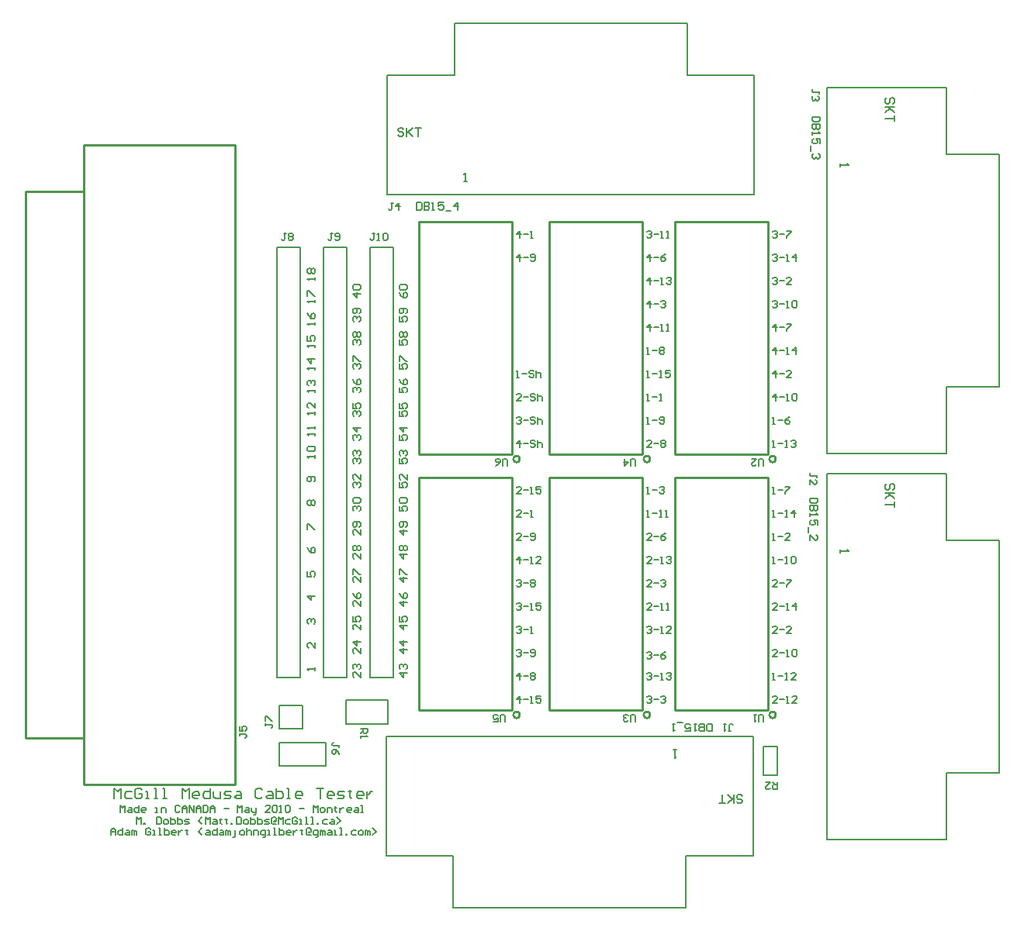
<source format=gto>
%FSLAX24Y24*%
%MOIN*%
G70*
G01*
G75*
%ADD10R,0.0320X0.0360*%
%ADD11R,0.0450X0.0600*%
%ADD12C,0.0100*%
%ADD13C,0.0250*%
%ADD14C,0.0600*%
%ADD15C,0.1700*%
%ADD16C,0.0591*%
%ADD17R,0.0591X0.0591*%
%ADD18R,0.0591X0.0591*%
%ADD19R,0.0630X0.0630*%
%ADD20C,0.0630*%
%ADD21R,0.0630X0.0630*%
%ADD22C,0.0500*%
%ADD23R,0.0360X0.0320*%
%ADD24C,0.0079*%
%ADD25C,0.0080*%
%ADD26C,0.0070*%
%ADD27C,0.0050*%
D12*
X28839Y21480D02*
G03*
X28839Y21480I-139J0D01*
G01*
Y32480D02*
G03*
X28839Y32480I-139J0D01*
G01*
X34439Y21480D02*
G03*
X34439Y21480I-139J0D01*
G01*
Y32480D02*
G03*
X34439Y32480I-139J0D01*
G01*
X39839Y21480D02*
G03*
X39839Y21480I-139J0D01*
G01*
Y32480D02*
G03*
X39839Y32480I-139J0D01*
G01*
X28500Y21700D02*
Y31700D01*
X24500D02*
X28500D01*
X24500Y21700D02*
Y31700D01*
Y21700D02*
X28500D01*
Y32700D02*
Y42700D01*
X24500D02*
X28500D01*
X24500Y32700D02*
Y42700D01*
Y32700D02*
X28500D01*
X34100Y21700D02*
Y31700D01*
X30100D02*
X34100D01*
X30100Y21700D02*
Y31700D01*
Y21700D02*
X34100D01*
Y32700D02*
Y42700D01*
X30100D02*
X34100D01*
X30100Y32700D02*
Y42700D01*
Y32700D02*
X34100D01*
X39500Y21700D02*
Y31700D01*
X35500D02*
X39500D01*
X35500Y21700D02*
Y31700D01*
Y21700D02*
X39500D01*
Y32700D02*
Y42700D01*
X35500D02*
X39500D01*
X35500Y32700D02*
Y42700D01*
Y32700D02*
X39500D01*
X10100Y18500D02*
X16600D01*
Y46000D01*
X10100Y18500D02*
Y46000D01*
X7600Y20500D02*
Y44000D01*
Y20500D02*
X10100D01*
X7600Y44000D02*
X10100D01*
X10110Y46000D02*
X16600D01*
D24*
X19400Y23100D02*
Y29100D01*
X18400Y23100D02*
Y29100D01*
Y23100D02*
X19400D01*
X18400Y29100D02*
Y35100D01*
X19400Y29100D02*
Y35100D01*
X18400D02*
Y41600D01*
X19400Y35100D02*
Y41600D01*
X18400D02*
X19400D01*
X18500Y20900D02*
X19500D01*
X18500D02*
Y21900D01*
X19500Y20900D02*
Y21900D01*
X18500D02*
X19500D01*
X20500Y19300D02*
Y20300D01*
X18500Y19300D02*
X20500D01*
X18500D02*
Y20300D01*
X20500D01*
X21400Y23100D02*
Y29100D01*
X20400Y23100D02*
Y29100D01*
Y23100D02*
X21400D01*
X20400Y29100D02*
Y35100D01*
X21400Y29100D02*
Y35100D01*
X20400D02*
Y41600D01*
X21400Y35100D02*
Y41600D01*
X20400D02*
X21400D01*
X23400Y23100D02*
Y29100D01*
X22400Y23100D02*
Y29100D01*
Y23100D02*
X23400D01*
X22400Y29100D02*
Y35100D01*
X23400Y29100D02*
Y35100D01*
X22400D02*
Y41600D01*
X23400Y35100D02*
Y41600D01*
X22400D02*
X23400D01*
D25*
X39300Y20130D02*
X39900D01*
Y18870D02*
Y20130D01*
X39300Y18870D02*
Y20130D01*
Y18870D02*
X39900D01*
X25980Y13177D02*
X35980D01*
Y15428D01*
X38855D01*
Y20552D01*
X23105D02*
X38855D01*
X23105Y15428D02*
Y20552D01*
Y15428D02*
X25980D01*
Y13177D02*
Y15428D01*
X49422Y18980D02*
Y28980D01*
X47172D02*
X49422D01*
X47172D02*
Y31855D01*
X42048D02*
X47172D01*
X42048Y16105D02*
Y31855D01*
Y16105D02*
X47172D01*
Y18980D01*
X49422D01*
Y35580D02*
Y45580D01*
X47172D02*
X49422D01*
X47172D02*
Y48455D01*
X42048D02*
X47172D01*
X42048Y32705D02*
Y48455D01*
Y32705D02*
X47172D01*
Y35580D01*
X49422D01*
X26020Y51223D02*
X36020D01*
X26020Y48973D02*
Y51223D01*
X23145Y48973D02*
X26020D01*
X23145Y43847D02*
Y48973D01*
Y43847D02*
X38895D01*
Y48973D01*
X36020D02*
X38895D01*
X36020D02*
Y51223D01*
X21363Y21088D02*
Y22112D01*
X23174Y21088D02*
Y22112D01*
X21363Y21088D02*
X23174D01*
X21363Y22112D02*
X23174D01*
X35570Y19998D02*
X35445D01*
X35508D01*
Y19623D01*
X35570Y19685D01*
X38152Y17736D02*
X38215Y17674D01*
X38340D01*
X38402Y17736D01*
Y17799D01*
X38340Y17861D01*
X38215D01*
X38152Y17924D01*
Y17986D01*
X38215Y18049D01*
X38340D01*
X38402Y17986D01*
X38027Y17674D02*
Y18049D01*
Y17924D01*
X37777Y17674D01*
X37965Y17861D01*
X37777Y18049D01*
X37652Y17674D02*
X37402D01*
X37527D01*
Y18049D01*
X42603Y28570D02*
Y28445D01*
Y28508D01*
X42977D01*
X42915Y28570D01*
X44864Y31152D02*
X44926Y31215D01*
Y31340D01*
X44864Y31402D01*
X44801D01*
X44739Y31340D01*
Y31215D01*
X44676Y31152D01*
X44614D01*
X44551Y31215D01*
Y31340D01*
X44614Y31402D01*
X44926Y31027D02*
X44551D01*
X44676D01*
X44926Y30777D01*
X44739Y30965D01*
X44551Y30777D01*
X44926Y30652D02*
Y30402D01*
Y30527D01*
X44551D01*
X42603Y45170D02*
Y45045D01*
Y45108D01*
X42977D01*
X42915Y45170D01*
X44864Y47752D02*
X44926Y47815D01*
Y47940D01*
X44864Y48002D01*
X44801D01*
X44739Y47940D01*
Y47815D01*
X44676Y47752D01*
X44614D01*
X44551Y47815D01*
Y47940D01*
X44614Y48002D01*
X44926Y47627D02*
X44551D01*
X44676D01*
X44926Y47377D01*
X44739Y47565D01*
X44551Y47377D01*
X44926Y47252D02*
Y47002D01*
Y47127D01*
X44551D01*
X26430Y44402D02*
X26555D01*
X26492D01*
Y44777D01*
X26430Y44715D01*
X23848Y46664D02*
X23785Y46726D01*
X23660D01*
X23598Y46664D01*
Y46601D01*
X23660Y46539D01*
X23785D01*
X23848Y46476D01*
Y46414D01*
X23785Y46351D01*
X23660D01*
X23598Y46414D01*
X23973Y46726D02*
Y46351D01*
Y46476D01*
X24223Y46726D01*
X24035Y46539D01*
X24223Y46351D01*
X24348Y46726D02*
X24598D01*
X24473D01*
Y46351D01*
D26*
X12380Y16780D02*
Y17080D01*
X12480Y16980D01*
X12580Y17080D01*
Y16780D01*
X12680D02*
Y16830D01*
X12730D01*
Y16780D01*
X12680D01*
X13230Y17080D02*
Y16780D01*
X13380D01*
X13430Y16830D01*
Y17030D01*
X13380Y17080D01*
X13230D01*
X13580Y16780D02*
X13680D01*
X13730Y16830D01*
Y16930D01*
X13680Y16980D01*
X13580D01*
X13530Y16930D01*
Y16830D01*
X13580Y16780D01*
X13830Y17080D02*
Y16780D01*
X13979D01*
X14029Y16830D01*
Y16880D01*
Y16930D01*
X13979Y16980D01*
X13830D01*
X14129Y17080D02*
Y16780D01*
X14279D01*
X14329Y16830D01*
Y16880D01*
Y16930D01*
X14279Y16980D01*
X14129D01*
X14429Y16780D02*
X14579D01*
X14629Y16830D01*
X14579Y16880D01*
X14479D01*
X14429Y16930D01*
X14479Y16980D01*
X14629D01*
X15179Y16780D02*
X15029Y16930D01*
X15179Y17080D01*
X15329Y16780D02*
Y17080D01*
X15429Y16980D01*
X15529Y17080D01*
Y16780D01*
X15679Y16980D02*
X15779D01*
X15829Y16930D01*
Y16780D01*
X15679D01*
X15629Y16830D01*
X15679Y16880D01*
X15829D01*
X15979Y17030D02*
Y16980D01*
X15929D01*
X16029D01*
X15979D01*
Y16830D01*
X16029Y16780D01*
X16229Y17030D02*
Y16980D01*
X16179D01*
X16279D01*
X16229D01*
Y16830D01*
X16279Y16780D01*
X16429D02*
Y16830D01*
X16479D01*
Y16780D01*
X16429D01*
X16679Y17080D02*
Y16780D01*
X16829D01*
X16879Y16830D01*
Y17030D01*
X16829Y17080D01*
X16679D01*
X17028Y16780D02*
X17128D01*
X17178Y16830D01*
Y16930D01*
X17128Y16980D01*
X17028D01*
X16979Y16930D01*
Y16830D01*
X17028Y16780D01*
X17278Y17080D02*
Y16780D01*
X17428D01*
X17478Y16830D01*
Y16880D01*
Y16930D01*
X17428Y16980D01*
X17278D01*
X17578Y17080D02*
Y16780D01*
X17728D01*
X17778Y16830D01*
Y16880D01*
Y16930D01*
X17728Y16980D01*
X17578D01*
X17878Y16780D02*
X18028D01*
X18078Y16830D01*
X18028Y16880D01*
X17928D01*
X17878Y16930D01*
X17928Y16980D01*
X18078D01*
X18328Y16880D02*
Y16930D01*
X18278D01*
Y16880D01*
X18328D01*
X18378Y16930D01*
Y17030D01*
X18328Y17080D01*
X18228D01*
X18178Y17030D01*
Y16830D01*
X18228Y16780D01*
X18378D01*
X18478D02*
Y17080D01*
X18578Y16980D01*
X18678Y17080D01*
Y16780D01*
X18978Y16980D02*
X18828D01*
X18778Y16930D01*
Y16830D01*
X18828Y16780D01*
X18978D01*
X19278Y17030D02*
X19228Y17080D01*
X19128D01*
X19078Y17030D01*
Y16830D01*
X19128Y16780D01*
X19228D01*
X19278Y16830D01*
Y16930D01*
X19178D01*
X19378Y16780D02*
X19478D01*
X19428D01*
Y16980D01*
X19378D01*
X19628Y16780D02*
X19728D01*
X19678D01*
Y17080D01*
X19628D01*
X19878Y16780D02*
X19978D01*
X19928D01*
Y17080D01*
X19878D01*
X20127Y16780D02*
Y16830D01*
X20177D01*
Y16780D01*
X20127D01*
X20577Y16980D02*
X20427D01*
X20377Y16930D01*
Y16830D01*
X20427Y16780D01*
X20577D01*
X20727Y16980D02*
X20827D01*
X20877Y16930D01*
Y16780D01*
X20727D01*
X20677Y16830D01*
X20727Y16880D01*
X20877D01*
X20977Y16780D02*
X21127Y16930D01*
X20977Y17080D01*
X11670Y17290D02*
Y17590D01*
X11770Y17490D01*
X11870Y17590D01*
Y17290D01*
X12020Y17490D02*
X12120D01*
X12170Y17440D01*
Y17290D01*
X12020D01*
X11970Y17340D01*
X12020Y17390D01*
X12170D01*
X12470Y17590D02*
Y17290D01*
X12320D01*
X12270Y17340D01*
Y17440D01*
X12320Y17490D01*
X12470D01*
X12720Y17290D02*
X12620D01*
X12570Y17340D01*
Y17440D01*
X12620Y17490D01*
X12720D01*
X12770Y17440D01*
Y17390D01*
X12570D01*
X13170Y17290D02*
X13269D01*
X13219D01*
Y17490D01*
X13170D01*
X13419Y17290D02*
Y17490D01*
X13569D01*
X13619Y17440D01*
Y17290D01*
X14219Y17540D02*
X14169Y17590D01*
X14069D01*
X14019Y17540D01*
Y17340D01*
X14069Y17290D01*
X14169D01*
X14219Y17340D01*
X14319Y17290D02*
Y17490D01*
X14419Y17590D01*
X14519Y17490D01*
Y17290D01*
Y17440D01*
X14319D01*
X14619Y17290D02*
Y17590D01*
X14819Y17290D01*
Y17590D01*
X14919Y17290D02*
Y17490D01*
X15019Y17590D01*
X15119Y17490D01*
Y17290D01*
Y17440D01*
X14919D01*
X15219Y17590D02*
Y17290D01*
X15369D01*
X15419Y17340D01*
Y17540D01*
X15369Y17590D01*
X15219D01*
X15519Y17290D02*
Y17490D01*
X15619Y17590D01*
X15719Y17490D01*
Y17290D01*
Y17440D01*
X15519D01*
X16119D02*
X16319D01*
X16718Y17290D02*
Y17590D01*
X16818Y17490D01*
X16918Y17590D01*
Y17290D01*
X17068Y17490D02*
X17168D01*
X17218Y17440D01*
Y17290D01*
X17068D01*
X17018Y17340D01*
X17068Y17390D01*
X17218D01*
X17318Y17490D02*
Y17340D01*
X17368Y17290D01*
X17518D01*
Y17240D01*
X17468Y17190D01*
X17418D01*
X17518Y17290D02*
Y17490D01*
X18118Y17290D02*
X17918D01*
X18118Y17490D01*
Y17540D01*
X18068Y17590D01*
X17968D01*
X17918Y17540D01*
X18218D02*
X18268Y17590D01*
X18368D01*
X18418Y17540D01*
Y17340D01*
X18368Y17290D01*
X18268D01*
X18218Y17340D01*
Y17540D01*
X18518Y17290D02*
X18618D01*
X18568D01*
Y17590D01*
X18518Y17540D01*
X18768D02*
X18818Y17590D01*
X18918D01*
X18968Y17540D01*
Y17340D01*
X18918Y17290D01*
X18818D01*
X18768Y17340D01*
Y17540D01*
X19368Y17440D02*
X19567D01*
X19967Y17290D02*
Y17590D01*
X20067Y17490D01*
X20167Y17590D01*
Y17290D01*
X20317D02*
X20417D01*
X20467Y17340D01*
Y17440D01*
X20417Y17490D01*
X20317D01*
X20267Y17440D01*
Y17340D01*
X20317Y17290D01*
X20567D02*
Y17490D01*
X20717D01*
X20767Y17440D01*
Y17290D01*
X20917Y17540D02*
Y17490D01*
X20867D01*
X20967D01*
X20917D01*
Y17340D01*
X20967Y17290D01*
X21117Y17490D02*
Y17290D01*
Y17390D01*
X21167Y17440D01*
X21217Y17490D01*
X21267D01*
X21567Y17290D02*
X21467D01*
X21417Y17340D01*
Y17440D01*
X21467Y17490D01*
X21567D01*
X21617Y17440D01*
Y17390D01*
X21417D01*
X21767Y17490D02*
X21867D01*
X21917Y17440D01*
Y17290D01*
X21767D01*
X21717Y17340D01*
X21767Y17390D01*
X21917D01*
X22017Y17290D02*
X22117D01*
X22067D01*
Y17590D01*
X22017D01*
X11410Y17870D02*
Y18320D01*
X11560Y18170D01*
X11710Y18320D01*
Y17870D01*
X12160Y18170D02*
X11935D01*
X11860Y18095D01*
Y17945D01*
X11935Y17870D01*
X12160D01*
X12610Y18245D02*
X12535Y18320D01*
X12385D01*
X12310Y18245D01*
Y17945D01*
X12385Y17870D01*
X12535D01*
X12610Y17945D01*
Y18095D01*
X12460D01*
X12760Y17870D02*
X12910D01*
X12835D01*
Y18170D01*
X12760D01*
X13134Y17870D02*
X13284D01*
X13209D01*
Y18320D01*
X13134D01*
X13509Y17870D02*
X13659D01*
X13584D01*
Y18320D01*
X13509D01*
X14334Y17870D02*
Y18320D01*
X14484Y18170D01*
X14634Y18320D01*
Y17870D01*
X15009D02*
X14859D01*
X14784Y17945D01*
Y18095D01*
X14859Y18170D01*
X15009D01*
X15084Y18095D01*
Y18020D01*
X14784D01*
X15534Y18320D02*
Y17870D01*
X15309D01*
X15234Y17945D01*
Y18095D01*
X15309Y18170D01*
X15534D01*
X15684D02*
Y17945D01*
X15759Y17870D01*
X15984D01*
Y18170D01*
X16133Y17870D02*
X16358D01*
X16433Y17945D01*
X16358Y18020D01*
X16208D01*
X16133Y18095D01*
X16208Y18170D01*
X16433D01*
X16658D02*
X16808D01*
X16883Y18095D01*
Y17870D01*
X16658D01*
X16583Y17945D01*
X16658Y18020D01*
X16883D01*
X17783Y18245D02*
X17708Y18320D01*
X17558D01*
X17483Y18245D01*
Y17945D01*
X17558Y17870D01*
X17708D01*
X17783Y17945D01*
X18008Y18170D02*
X18158D01*
X18233Y18095D01*
Y17870D01*
X18008D01*
X17933Y17945D01*
X18008Y18020D01*
X18233D01*
X18383Y18320D02*
Y17870D01*
X18608D01*
X18683Y17945D01*
Y18020D01*
Y18095D01*
X18608Y18170D01*
X18383D01*
X18833Y17870D02*
X18983D01*
X18908D01*
Y18320D01*
X18833D01*
X19432Y17870D02*
X19282D01*
X19207Y17945D01*
Y18095D01*
X19282Y18170D01*
X19432D01*
X19507Y18095D01*
Y18020D01*
X19207D01*
X20107Y18320D02*
X20407D01*
X20257D01*
Y17870D01*
X20782D02*
X20632D01*
X20557Y17945D01*
Y18095D01*
X20632Y18170D01*
X20782D01*
X20857Y18095D01*
Y18020D01*
X20557D01*
X21007Y17870D02*
X21232D01*
X21307Y17945D01*
X21232Y18020D01*
X21082D01*
X21007Y18095D01*
X21082Y18170D01*
X21307D01*
X21532Y18245D02*
Y18170D01*
X21457D01*
X21607D01*
X21532D01*
Y17945D01*
X21607Y17870D01*
X22057D02*
X21907D01*
X21832Y17945D01*
Y18095D01*
X21907Y18170D01*
X22057D01*
X22132Y18095D01*
Y18020D01*
X21832D01*
X22281Y18170D02*
Y17870D01*
Y18020D01*
X22356Y18095D01*
X22431Y18170D01*
X22506D01*
X11270Y16310D02*
Y16510D01*
X11370Y16610D01*
X11470Y16510D01*
Y16310D01*
Y16460D01*
X11270D01*
X11770Y16610D02*
Y16310D01*
X11620D01*
X11570Y16360D01*
Y16460D01*
X11620Y16510D01*
X11770D01*
X11920D02*
X12020D01*
X12070Y16460D01*
Y16310D01*
X11920D01*
X11870Y16360D01*
X11920Y16410D01*
X12070D01*
X12170Y16310D02*
Y16510D01*
X12220D01*
X12270Y16460D01*
Y16310D01*
Y16460D01*
X12320Y16510D01*
X12370Y16460D01*
Y16310D01*
X12969Y16560D02*
X12919Y16610D01*
X12819D01*
X12770Y16560D01*
Y16360D01*
X12819Y16310D01*
X12919D01*
X12969Y16360D01*
Y16460D01*
X12869D01*
X13069Y16310D02*
X13169D01*
X13119D01*
Y16510D01*
X13069D01*
X13319Y16310D02*
X13419D01*
X13369D01*
Y16610D01*
X13319D01*
X13569D02*
Y16310D01*
X13719D01*
X13769Y16360D01*
Y16410D01*
Y16460D01*
X13719Y16510D01*
X13569D01*
X14019Y16310D02*
X13919D01*
X13869Y16360D01*
Y16460D01*
X13919Y16510D01*
X14019D01*
X14069Y16460D01*
Y16410D01*
X13869D01*
X14169Y16510D02*
Y16310D01*
Y16410D01*
X14219Y16460D01*
X14269Y16510D01*
X14319D01*
X14519Y16560D02*
Y16510D01*
X14469D01*
X14569D01*
X14519D01*
Y16360D01*
X14569Y16310D01*
X15169D02*
X15019Y16460D01*
X15169Y16610D01*
X15369Y16510D02*
X15469D01*
X15519Y16460D01*
Y16310D01*
X15369D01*
X15319Y16360D01*
X15369Y16410D01*
X15519D01*
X15819Y16610D02*
Y16310D01*
X15669D01*
X15619Y16360D01*
Y16460D01*
X15669Y16510D01*
X15819D01*
X15968D02*
X16068D01*
X16118Y16460D01*
Y16310D01*
X15968D01*
X15919Y16360D01*
X15968Y16410D01*
X16118D01*
X16218Y16310D02*
Y16510D01*
X16268D01*
X16318Y16460D01*
Y16310D01*
Y16460D01*
X16368Y16510D01*
X16418Y16460D01*
Y16310D01*
X16518Y16210D02*
X16568D01*
X16618Y16260D01*
Y16510D01*
X16868Y16310D02*
X16968D01*
X17018Y16360D01*
Y16460D01*
X16968Y16510D01*
X16868D01*
X16818Y16460D01*
Y16360D01*
X16868Y16310D01*
X17118Y16610D02*
Y16310D01*
Y16460D01*
X17168Y16510D01*
X17268D01*
X17318Y16460D01*
Y16310D01*
X17418D02*
Y16510D01*
X17568D01*
X17618Y16460D01*
Y16310D01*
X17818Y16210D02*
X17868D01*
X17918Y16260D01*
Y16510D01*
X17768D01*
X17718Y16460D01*
Y16360D01*
X17768Y16310D01*
X17918D01*
X18018D02*
X18118D01*
X18068D01*
Y16510D01*
X18018D01*
X18268Y16310D02*
X18368D01*
X18318D01*
Y16610D01*
X18268D01*
X18518D02*
Y16310D01*
X18668D01*
X18718Y16360D01*
Y16410D01*
Y16460D01*
X18668Y16510D01*
X18518D01*
X18968Y16310D02*
X18868D01*
X18818Y16360D01*
Y16460D01*
X18868Y16510D01*
X18968D01*
X19017Y16460D01*
Y16410D01*
X18818D01*
X19117Y16510D02*
Y16310D01*
Y16410D01*
X19167Y16460D01*
X19217Y16510D01*
X19267D01*
X19467Y16560D02*
Y16510D01*
X19417D01*
X19517D01*
X19467D01*
Y16360D01*
X19517Y16310D01*
X19817Y16410D02*
Y16460D01*
X19767D01*
Y16410D01*
X19817D01*
X19867Y16460D01*
Y16560D01*
X19817Y16610D01*
X19717D01*
X19667Y16560D01*
Y16360D01*
X19717Y16310D01*
X19867D01*
X20067Y16210D02*
X20117D01*
X20167Y16260D01*
Y16510D01*
X20017D01*
X19967Y16460D01*
Y16360D01*
X20017Y16310D01*
X20167D01*
X20267D02*
Y16510D01*
X20317D01*
X20367Y16460D01*
Y16310D01*
Y16460D01*
X20417Y16510D01*
X20467Y16460D01*
Y16310D01*
X20617Y16510D02*
X20717D01*
X20767Y16460D01*
Y16310D01*
X20617D01*
X20567Y16360D01*
X20617Y16410D01*
X20767D01*
X20867Y16310D02*
X20967D01*
X20917D01*
Y16510D01*
X20867D01*
X21117Y16310D02*
X21217D01*
X21167D01*
Y16610D01*
X21117D01*
X21367Y16310D02*
Y16360D01*
X21417D01*
Y16310D01*
X21367D01*
X21817Y16510D02*
X21667D01*
X21617Y16460D01*
Y16360D01*
X21667Y16310D01*
X21817D01*
X21967D02*
X22067D01*
X22116Y16360D01*
Y16460D01*
X22067Y16510D01*
X21967D01*
X21917Y16460D01*
Y16360D01*
X21967Y16310D01*
X22216D02*
Y16510D01*
X22266D01*
X22316Y16460D01*
Y16310D01*
Y16460D01*
X22366Y16510D01*
X22416Y16460D01*
Y16310D01*
X22516D02*
X22666Y16460D01*
X22516Y16610D01*
X20050Y23400D02*
Y23513D01*
Y23457D01*
X19710D01*
X19767Y23400D01*
X20050Y24590D02*
Y24363D01*
X19823Y24590D01*
X19767D01*
X19710Y24533D01*
Y24420D01*
X19767Y24363D01*
Y25383D02*
X19710Y25439D01*
Y25553D01*
X19767Y25609D01*
X19823D01*
X19880Y25553D01*
Y25496D01*
Y25553D01*
X19937Y25609D01*
X19993D01*
X20050Y25553D01*
Y25439D01*
X19993Y25383D01*
X20050Y26572D02*
X19710D01*
X19880Y26402D01*
Y26629D01*
X19710Y27649D02*
Y27422D01*
X19880D01*
X19823Y27535D01*
Y27592D01*
X19880Y27649D01*
X19993D01*
X20050Y27592D01*
Y27479D01*
X19993Y27422D01*
X19710Y28668D02*
X19767Y28555D01*
X19880Y28442D01*
X19993D01*
X20050Y28498D01*
Y28612D01*
X19993Y28668D01*
X19937D01*
X19880Y28612D01*
Y28442D01*
X19710Y29461D02*
Y29688D01*
X19767D01*
X19993Y29461D01*
X20050D01*
X19767Y30481D02*
X19710Y30538D01*
Y30651D01*
X19767Y30708D01*
X19823D01*
X19880Y30651D01*
X19937Y30708D01*
X19993D01*
X20050Y30651D01*
Y30538D01*
X19993Y30481D01*
X19937D01*
X19880Y30538D01*
X19823Y30481D01*
X19767D01*
X19880Y30538D02*
Y30651D01*
X19993Y31501D02*
X20050Y31557D01*
Y31671D01*
X19993Y31727D01*
X19767D01*
X19710Y31671D01*
Y31557D01*
X19767Y31501D01*
X19823D01*
X19880Y31557D01*
Y31727D01*
X20050Y32520D02*
Y32634D01*
Y32577D01*
X19710D01*
X19767Y32520D01*
Y32804D02*
X19710Y32860D01*
Y32974D01*
X19767Y33030D01*
X19993D01*
X20050Y32974D01*
Y32860D01*
X19993Y32804D01*
X19767D01*
X20050Y33483D02*
Y33597D01*
Y33540D01*
X19710D01*
X19767Y33483D01*
X20050Y33767D02*
Y33880D01*
Y33823D01*
X19710D01*
X19767Y33767D01*
X20050Y34390D02*
Y34503D01*
Y34446D01*
X19710D01*
X19767Y34390D01*
X20050Y34900D02*
Y34673D01*
X19823Y34900D01*
X19767D01*
X19710Y34843D01*
Y34730D01*
X19767Y34673D01*
X20050Y35353D02*
Y35466D01*
Y35409D01*
X19710D01*
X19767Y35353D01*
Y35636D02*
X19710Y35693D01*
Y35806D01*
X19767Y35863D01*
X19823D01*
X19880Y35806D01*
Y35749D01*
Y35806D01*
X19937Y35863D01*
X19993D01*
X20050Y35806D01*
Y35693D01*
X19993Y35636D01*
X20050Y36316D02*
Y36429D01*
Y36372D01*
X19710D01*
X19767Y36316D01*
X20050Y36769D02*
X19710D01*
X19880Y36599D01*
Y36826D01*
X20050Y37279D02*
Y37392D01*
Y37335D01*
X19710D01*
X19767Y37279D01*
X19710Y37789D02*
Y37562D01*
X19880D01*
X19823Y37675D01*
Y37732D01*
X19880Y37789D01*
X19993D01*
X20050Y37732D01*
Y37619D01*
X19993Y37562D01*
X20050Y38242D02*
Y38355D01*
Y38299D01*
X19710D01*
X19767Y38242D01*
X19710Y38752D02*
X19767Y38638D01*
X19880Y38525D01*
X19993D01*
X20050Y38582D01*
Y38695D01*
X19993Y38752D01*
X19937D01*
X19880Y38695D01*
Y38525D01*
X20050Y39205D02*
Y39318D01*
Y39262D01*
X19710D01*
X19767Y39205D01*
X19710Y39488D02*
Y39715D01*
X19767D01*
X19993Y39488D01*
X20050D01*
Y40168D02*
Y40281D01*
Y40225D01*
X19710D01*
X19767Y40168D01*
Y40451D02*
X19710Y40508D01*
Y40621D01*
X19767Y40678D01*
X19823D01*
X19880Y40621D01*
X19937Y40678D01*
X19993D01*
X20050Y40621D01*
Y40508D01*
X19993Y40451D01*
X19937D01*
X19880Y40508D01*
X19823Y40451D01*
X19767D01*
X19880Y40508D02*
Y40621D01*
X22000Y23327D02*
Y23100D01*
X21773Y23327D01*
X21717D01*
X21660Y23270D01*
Y23157D01*
X21717Y23100D01*
Y23440D02*
X21660Y23497D01*
Y23610D01*
X21717Y23666D01*
X21773D01*
X21830Y23610D01*
Y23553D01*
Y23610D01*
X21887Y23666D01*
X21943D01*
X22000Y23610D01*
Y23497D01*
X21943Y23440D01*
X22000Y24346D02*
Y24120D01*
X21773Y24346D01*
X21717D01*
X21660Y24290D01*
Y24176D01*
X21717Y24120D01*
X22000Y24629D02*
X21660D01*
X21830Y24460D01*
Y24686D01*
X22000Y25366D02*
Y25139D01*
X21773Y25366D01*
X21717D01*
X21660Y25309D01*
Y25196D01*
X21717Y25139D01*
X21660Y25706D02*
Y25479D01*
X21830D01*
X21773Y25593D01*
Y25649D01*
X21830Y25706D01*
X21943D01*
X22000Y25649D01*
Y25536D01*
X21943Y25479D01*
X22000Y26386D02*
Y26159D01*
X21773Y26386D01*
X21717D01*
X21660Y26329D01*
Y26216D01*
X21717Y26159D01*
X21660Y26725D02*
X21717Y26612D01*
X21830Y26499D01*
X21943D01*
X22000Y26556D01*
Y26669D01*
X21943Y26725D01*
X21887D01*
X21830Y26669D01*
Y26499D01*
X22000Y27405D02*
Y27179D01*
X21773Y27405D01*
X21717D01*
X21660Y27349D01*
Y27235D01*
X21717Y27179D01*
X21660Y27519D02*
Y27745D01*
X21717D01*
X21943Y27519D01*
X22000D01*
Y28425D02*
Y28198D01*
X21773Y28425D01*
X21717D01*
X21660Y28368D01*
Y28255D01*
X21717Y28198D01*
Y28538D02*
X21660Y28595D01*
Y28708D01*
X21717Y28765D01*
X21773D01*
X21830Y28708D01*
X21887Y28765D01*
X21943D01*
X22000Y28708D01*
Y28595D01*
X21943Y28538D01*
X21887D01*
X21830Y28595D01*
X21773Y28538D01*
X21717D01*
X21830Y28595D02*
Y28708D01*
X22000Y29445D02*
Y29218D01*
X21773Y29445D01*
X21717D01*
X21660Y29388D01*
Y29275D01*
X21717Y29218D01*
X21943Y29558D02*
X22000Y29615D01*
Y29728D01*
X21943Y29785D01*
X21717D01*
X21660Y29728D01*
Y29615D01*
X21717Y29558D01*
X21773D01*
X21830Y29615D01*
Y29785D01*
X21717Y30238D02*
X21660Y30294D01*
Y30408D01*
X21717Y30464D01*
X21773D01*
X21830Y30408D01*
Y30351D01*
Y30408D01*
X21887Y30464D01*
X21943D01*
X22000Y30408D01*
Y30294D01*
X21943Y30238D01*
X21717Y30578D02*
X21660Y30634D01*
Y30748D01*
X21717Y30804D01*
X21943D01*
X22000Y30748D01*
Y30634D01*
X21943Y30578D01*
X21717D01*
Y31257D02*
X21660Y31314D01*
Y31427D01*
X21717Y31484D01*
X21773D01*
X21830Y31427D01*
Y31371D01*
Y31427D01*
X21887Y31484D01*
X21943D01*
X22000Y31427D01*
Y31314D01*
X21943Y31257D01*
X22000Y31824D02*
Y31597D01*
X21773Y31824D01*
X21717D01*
X21660Y31767D01*
Y31654D01*
X21717Y31597D01*
Y32277D02*
X21660Y32334D01*
Y32447D01*
X21717Y32504D01*
X21773D01*
X21830Y32447D01*
Y32390D01*
Y32447D01*
X21887Y32504D01*
X21943D01*
X22000Y32447D01*
Y32334D01*
X21943Y32277D01*
X21717Y32617D02*
X21660Y32674D01*
Y32787D01*
X21717Y32844D01*
X21773D01*
X21830Y32787D01*
Y32730D01*
Y32787D01*
X21887Y32844D01*
X21943D01*
X22000Y32787D01*
Y32674D01*
X21943Y32617D01*
X21717Y33297D02*
X21660Y33353D01*
Y33467D01*
X21717Y33523D01*
X21773D01*
X21830Y33467D01*
Y33410D01*
Y33467D01*
X21887Y33523D01*
X21943D01*
X22000Y33467D01*
Y33353D01*
X21943Y33297D01*
X22000Y33807D02*
X21660D01*
X21830Y33637D01*
Y33863D01*
X21717Y34316D02*
X21660Y34373D01*
Y34486D01*
X21717Y34543D01*
X21773D01*
X21830Y34486D01*
Y34430D01*
Y34486D01*
X21887Y34543D01*
X21943D01*
X22000Y34486D01*
Y34373D01*
X21943Y34316D01*
X21660Y34883D02*
Y34656D01*
X21830D01*
X21773Y34770D01*
Y34826D01*
X21830Y34883D01*
X21943D01*
X22000Y34826D01*
Y34713D01*
X21943Y34656D01*
X21717Y35336D02*
X21660Y35393D01*
Y35506D01*
X21717Y35563D01*
X21773D01*
X21830Y35506D01*
Y35449D01*
Y35506D01*
X21887Y35563D01*
X21943D01*
X22000Y35506D01*
Y35393D01*
X21943Y35336D01*
X21660Y35903D02*
X21717Y35789D01*
X21830Y35676D01*
X21943D01*
X22000Y35733D01*
Y35846D01*
X21943Y35903D01*
X21887D01*
X21830Y35846D01*
Y35676D01*
X21717Y36356D02*
X21660Y36412D01*
Y36526D01*
X21717Y36582D01*
X21773D01*
X21830Y36526D01*
Y36469D01*
Y36526D01*
X21887Y36582D01*
X21943D01*
X22000Y36526D01*
Y36412D01*
X21943Y36356D01*
X21660Y36696D02*
Y36922D01*
X21717D01*
X21943Y36696D01*
X22000D01*
X21717Y37375D02*
X21660Y37432D01*
Y37545D01*
X21717Y37602D01*
X21773D01*
X21830Y37545D01*
Y37489D01*
Y37545D01*
X21887Y37602D01*
X21943D01*
X22000Y37545D01*
Y37432D01*
X21943Y37375D01*
X21717Y37715D02*
X21660Y37772D01*
Y37885D01*
X21717Y37942D01*
X21773D01*
X21830Y37885D01*
X21887Y37942D01*
X21943D01*
X22000Y37885D01*
Y37772D01*
X21943Y37715D01*
X21887D01*
X21830Y37772D01*
X21773Y37715D01*
X21717D01*
X21830Y37772D02*
Y37885D01*
X21717Y38395D02*
X21660Y38452D01*
Y38565D01*
X21717Y38622D01*
X21773D01*
X21830Y38565D01*
Y38508D01*
Y38565D01*
X21887Y38622D01*
X21943D01*
X22000Y38565D01*
Y38452D01*
X21943Y38395D01*
Y38735D02*
X22000Y38792D01*
Y38905D01*
X21943Y38962D01*
X21717D01*
X21660Y38905D01*
Y38792D01*
X21717Y38735D01*
X21773D01*
X21830Y38792D01*
Y38962D01*
X22000Y39585D02*
X21660D01*
X21830Y39415D01*
Y39641D01*
X21717Y39755D02*
X21660Y39811D01*
Y39925D01*
X21717Y39981D01*
X21943D01*
X22000Y39925D01*
Y39811D01*
X21943Y39755D01*
X21717D01*
X24000Y23270D02*
X23660D01*
X23830Y23100D01*
Y23327D01*
X23717Y23440D02*
X23660Y23497D01*
Y23610D01*
X23717Y23666D01*
X23773D01*
X23830Y23610D01*
Y23553D01*
Y23610D01*
X23887Y23666D01*
X23943D01*
X24000Y23610D01*
Y23497D01*
X23943Y23440D01*
X24000Y24290D02*
X23660D01*
X23830Y24120D01*
Y24346D01*
X24000Y24629D02*
X23660D01*
X23830Y24460D01*
Y24686D01*
X24000Y25309D02*
X23660D01*
X23830Y25139D01*
Y25366D01*
X23660Y25706D02*
Y25479D01*
X23830D01*
X23773Y25593D01*
Y25649D01*
X23830Y25706D01*
X23943D01*
X24000Y25649D01*
Y25536D01*
X23943Y25479D01*
X24000Y26329D02*
X23660D01*
X23830Y26159D01*
Y26386D01*
X23660Y26725D02*
X23717Y26612D01*
X23830Y26499D01*
X23943D01*
X24000Y26556D01*
Y26669D01*
X23943Y26725D01*
X23887D01*
X23830Y26669D01*
Y26499D01*
X24000Y27349D02*
X23660D01*
X23830Y27179D01*
Y27405D01*
X23660Y27519D02*
Y27745D01*
X23717D01*
X23943Y27519D01*
X24000D01*
Y28368D02*
X23660D01*
X23830Y28198D01*
Y28425D01*
X23717Y28538D02*
X23660Y28595D01*
Y28708D01*
X23717Y28765D01*
X23773D01*
X23830Y28708D01*
X23887Y28765D01*
X23943D01*
X24000Y28708D01*
Y28595D01*
X23943Y28538D01*
X23887D01*
X23830Y28595D01*
X23773Y28538D01*
X23717D01*
X23830Y28595D02*
Y28708D01*
X24000Y29388D02*
X23660D01*
X23830Y29218D01*
Y29445D01*
X23943Y29558D02*
X24000Y29615D01*
Y29728D01*
X23943Y29785D01*
X23717D01*
X23660Y29728D01*
Y29615D01*
X23717Y29558D01*
X23773D01*
X23830Y29615D01*
Y29785D01*
X23660Y30464D02*
Y30238D01*
X23830D01*
X23773Y30351D01*
Y30408D01*
X23830Y30464D01*
X23943D01*
X24000Y30408D01*
Y30294D01*
X23943Y30238D01*
X23717Y30578D02*
X23660Y30634D01*
Y30748D01*
X23717Y30804D01*
X23943D01*
X24000Y30748D01*
Y30634D01*
X23943Y30578D01*
X23717D01*
X23660Y31484D02*
Y31257D01*
X23830D01*
X23773Y31371D01*
Y31427D01*
X23830Y31484D01*
X23943D01*
X24000Y31427D01*
Y31314D01*
X23943Y31257D01*
X24000Y31824D02*
Y31597D01*
X23773Y31824D01*
X23717D01*
X23660Y31767D01*
Y31654D01*
X23717Y31597D01*
X23660Y32504D02*
Y32277D01*
X23830D01*
X23773Y32390D01*
Y32447D01*
X23830Y32504D01*
X23943D01*
X24000Y32447D01*
Y32334D01*
X23943Y32277D01*
X23717Y32617D02*
X23660Y32674D01*
Y32787D01*
X23717Y32844D01*
X23773D01*
X23830Y32787D01*
Y32730D01*
Y32787D01*
X23887Y32844D01*
X23943D01*
X24000Y32787D01*
Y32674D01*
X23943Y32617D01*
X23660Y33523D02*
Y33297D01*
X23830D01*
X23773Y33410D01*
Y33467D01*
X23830Y33523D01*
X23943D01*
X24000Y33467D01*
Y33353D01*
X23943Y33297D01*
X24000Y33807D02*
X23660D01*
X23830Y33637D01*
Y33863D01*
X23660Y34543D02*
Y34316D01*
X23830D01*
X23773Y34430D01*
Y34486D01*
X23830Y34543D01*
X23943D01*
X24000Y34486D01*
Y34373D01*
X23943Y34316D01*
X23660Y34883D02*
Y34656D01*
X23830D01*
X23773Y34770D01*
Y34826D01*
X23830Y34883D01*
X23943D01*
X24000Y34826D01*
Y34713D01*
X23943Y34656D01*
X23660Y35563D02*
Y35336D01*
X23830D01*
X23773Y35449D01*
Y35506D01*
X23830Y35563D01*
X23943D01*
X24000Y35506D01*
Y35393D01*
X23943Y35336D01*
X23660Y35903D02*
X23717Y35789D01*
X23830Y35676D01*
X23943D01*
X24000Y35733D01*
Y35846D01*
X23943Y35903D01*
X23887D01*
X23830Y35846D01*
Y35676D01*
X23660Y36582D02*
Y36356D01*
X23830D01*
X23773Y36469D01*
Y36526D01*
X23830Y36582D01*
X23943D01*
X24000Y36526D01*
Y36412D01*
X23943Y36356D01*
X23660Y36696D02*
Y36922D01*
X23717D01*
X23943Y36696D01*
X24000D01*
X23660Y37602D02*
Y37375D01*
X23830D01*
X23773Y37489D01*
Y37545D01*
X23830Y37602D01*
X23943D01*
X24000Y37545D01*
Y37432D01*
X23943Y37375D01*
X23717Y37715D02*
X23660Y37772D01*
Y37885D01*
X23717Y37942D01*
X23773D01*
X23830Y37885D01*
X23887Y37942D01*
X23943D01*
X24000Y37885D01*
Y37772D01*
X23943Y37715D01*
X23887D01*
X23830Y37772D01*
X23773Y37715D01*
X23717D01*
X23830Y37772D02*
Y37885D01*
X23660Y38622D02*
Y38395D01*
X23830D01*
X23773Y38508D01*
Y38565D01*
X23830Y38622D01*
X23943D01*
X24000Y38565D01*
Y38452D01*
X23943Y38395D01*
Y38735D02*
X24000Y38792D01*
Y38905D01*
X23943Y38962D01*
X23717D01*
X23660Y38905D01*
Y38792D01*
X23717Y38735D01*
X23773D01*
X23830Y38792D01*
Y38962D01*
X23660Y39641D02*
X23717Y39528D01*
X23830Y39415D01*
X23943D01*
X24000Y39471D01*
Y39585D01*
X23943Y39641D01*
X23887D01*
X23830Y39585D01*
Y39415D01*
X23717Y39755D02*
X23660Y39811D01*
Y39925D01*
X23717Y39981D01*
X23943D01*
X24000Y39925D01*
Y39811D01*
X23943Y39755D01*
X23717D01*
X24400Y43530D02*
Y43200D01*
X24565D01*
X24620Y43255D01*
Y43475D01*
X24565Y43530D01*
X24400D01*
X24730D02*
Y43200D01*
X24895D01*
X24950Y43255D01*
Y43310D01*
X24895Y43365D01*
X24730D01*
X24895D01*
X24950Y43420D01*
Y43475D01*
X24895Y43530D01*
X24730D01*
X25060Y43200D02*
X25170D01*
X25115D01*
Y43530D01*
X25060Y43475D01*
X25555Y43530D02*
X25335D01*
Y43365D01*
X25445Y43420D01*
X25500D01*
X25555Y43365D01*
Y43255D01*
X25500Y43200D01*
X25390D01*
X25335Y43255D01*
X25665Y43145D02*
X25885D01*
X26159Y43200D02*
Y43530D01*
X25994Y43365D01*
X26214D01*
X41730Y47200D02*
X41400D01*
Y47035D01*
X41455Y46980D01*
X41675D01*
X41730Y47035D01*
Y47200D01*
Y46870D02*
X41400D01*
Y46705D01*
X41455Y46650D01*
X41510D01*
X41565Y46705D01*
Y46870D01*
Y46705D01*
X41620Y46650D01*
X41675D01*
X41730Y46705D01*
Y46870D01*
X41400Y46540D02*
Y46430D01*
Y46485D01*
X41730D01*
X41675Y46540D01*
X41730Y46045D02*
Y46265D01*
X41565D01*
X41620Y46155D01*
Y46100D01*
X41565Y46045D01*
X41455D01*
X41400Y46100D01*
Y46210D01*
X41455Y46265D01*
X41345Y45935D02*
Y45715D01*
X41675Y45606D02*
X41730Y45551D01*
Y45441D01*
X41675Y45386D01*
X41620D01*
X41565Y45441D01*
Y45496D01*
Y45441D01*
X41510Y45386D01*
X41455D01*
X41400Y45441D01*
Y45551D01*
X41455Y45606D01*
X41630Y30800D02*
X41300D01*
Y30635D01*
X41355Y30580D01*
X41575D01*
X41630Y30635D01*
Y30800D01*
Y30470D02*
X41300D01*
Y30305D01*
X41355Y30250D01*
X41410D01*
X41465Y30305D01*
Y30470D01*
Y30305D01*
X41520Y30250D01*
X41575D01*
X41630Y30305D01*
Y30470D01*
X41300Y30140D02*
Y30030D01*
Y30085D01*
X41630D01*
X41575Y30140D01*
X41630Y29645D02*
Y29865D01*
X41465D01*
X41520Y29755D01*
Y29700D01*
X41465Y29645D01*
X41355D01*
X41300Y29700D01*
Y29810D01*
X41355Y29865D01*
X41245Y29535D02*
Y29315D01*
X41300Y28986D02*
Y29206D01*
X41520Y28986D01*
X41575D01*
X41630Y29041D01*
Y29151D01*
X41575Y29206D01*
X37100Y20770D02*
Y21100D01*
X36935D01*
X36880Y21045D01*
Y20825D01*
X36935Y20770D01*
X37100D01*
X36770D02*
Y21100D01*
X36605D01*
X36550Y21045D01*
Y20990D01*
X36605Y20935D01*
X36770D01*
X36605D01*
X36550Y20880D01*
Y20825D01*
X36605Y20770D01*
X36770D01*
X36440Y21100D02*
X36330D01*
X36385D01*
Y20770D01*
X36440Y20825D01*
X35945Y20770D02*
X36165D01*
Y20935D01*
X36055Y20880D01*
X36000D01*
X35945Y20935D01*
Y21045D01*
X36000Y21100D01*
X36110D01*
X36165Y21045D01*
X35835Y21155D02*
X35615D01*
X35506Y21100D02*
X35396D01*
X35451D01*
Y20770D01*
X35506Y20825D01*
X39700Y23000D02*
X39800D01*
X39750D01*
Y23300D01*
X39700Y23250D01*
X39950Y23150D02*
X40150D01*
X40250Y23000D02*
X40350D01*
X40300D01*
Y23300D01*
X40250Y23250D01*
X40700Y23000D02*
X40500D01*
X40700Y23200D01*
Y23250D01*
X40650Y23300D01*
X40550D01*
X40500Y23250D01*
X39900Y24000D02*
X39700D01*
X39900Y24200D01*
Y24250D01*
X39850Y24300D01*
X39750D01*
X39700Y24250D01*
X40000Y24150D02*
X40200D01*
X40300Y24000D02*
X40400D01*
X40350D01*
Y24300D01*
X40300Y24250D01*
X40550D02*
X40600Y24300D01*
X40700D01*
X40750Y24250D01*
Y24050D01*
X40700Y24000D01*
X40600D01*
X40550Y24050D01*
Y24250D01*
X39900Y25000D02*
X39700D01*
X39900Y25200D01*
Y25250D01*
X39850Y25300D01*
X39750D01*
X39700Y25250D01*
X40000Y25150D02*
X40200D01*
X40500Y25000D02*
X40300D01*
X40500Y25200D01*
Y25250D01*
X40450Y25300D01*
X40350D01*
X40300Y25250D01*
X39900Y26000D02*
X39700D01*
X39900Y26200D01*
Y26250D01*
X39850Y26300D01*
X39750D01*
X39700Y26250D01*
X40000Y26150D02*
X40200D01*
X40300Y26000D02*
X40400D01*
X40350D01*
Y26300D01*
X40300Y26250D01*
X40700Y26000D02*
Y26300D01*
X40550Y26150D01*
X40750D01*
X39900Y27000D02*
X39700D01*
X39900Y27200D01*
Y27250D01*
X39850Y27300D01*
X39750D01*
X39700Y27250D01*
X40000Y27150D02*
X40200D01*
X40300Y27300D02*
X40500D01*
Y27250D01*
X40300Y27050D01*
Y27000D01*
X39700Y28000D02*
X39800D01*
X39750D01*
Y28300D01*
X39700Y28250D01*
X39950Y28150D02*
X40150D01*
X40250Y28000D02*
X40350D01*
X40300D01*
Y28300D01*
X40250Y28250D01*
X40500D02*
X40550Y28300D01*
X40650D01*
X40700Y28250D01*
Y28050D01*
X40650Y28000D01*
X40550D01*
X40500Y28050D01*
Y28250D01*
X39700Y29000D02*
X39800D01*
X39750D01*
Y29300D01*
X39700Y29250D01*
X39950Y29150D02*
X40150D01*
X40450Y29000D02*
X40250D01*
X40450Y29200D01*
Y29250D01*
X40400Y29300D01*
X40300D01*
X40250Y29250D01*
X39700Y30000D02*
X39800D01*
X39750D01*
Y30300D01*
X39700Y30250D01*
X39950Y30150D02*
X40150D01*
X40250Y30000D02*
X40350D01*
X40300D01*
Y30300D01*
X40250Y30250D01*
X40650Y30000D02*
Y30300D01*
X40500Y30150D01*
X40700D01*
X39700Y31000D02*
X39800D01*
X39750D01*
Y31300D01*
X39700Y31250D01*
X39950Y31150D02*
X40150D01*
X40250Y31300D02*
X40450D01*
Y31250D01*
X40250Y31050D01*
Y31000D01*
X39900Y22000D02*
X39700D01*
X39900Y22200D01*
Y22250D01*
X39850Y22300D01*
X39750D01*
X39700Y22250D01*
X40000Y22150D02*
X40200D01*
X40300Y22000D02*
X40400D01*
X40350D01*
Y22300D01*
X40300Y22250D01*
X40750Y22000D02*
X40550D01*
X40750Y22200D01*
Y22250D01*
X40700Y22300D01*
X40600D01*
X40550Y22250D01*
X39700Y42250D02*
X39750Y42300D01*
X39850D01*
X39900Y42250D01*
Y42200D01*
X39850Y42150D01*
X39800D01*
X39850D01*
X39900Y42100D01*
Y42050D01*
X39850Y42000D01*
X39750D01*
X39700Y42050D01*
X40000Y42150D02*
X40200D01*
X40300Y42300D02*
X40500D01*
Y42250D01*
X40300Y42050D01*
Y42000D01*
X39700Y41250D02*
X39750Y41300D01*
X39850D01*
X39900Y41250D01*
Y41200D01*
X39850Y41150D01*
X39800D01*
X39850D01*
X39900Y41100D01*
Y41050D01*
X39850Y41000D01*
X39750D01*
X39700Y41050D01*
X40000Y41150D02*
X40200D01*
X40300Y41000D02*
X40400D01*
X40350D01*
Y41300D01*
X40300Y41250D01*
X40700Y41000D02*
Y41300D01*
X40550Y41150D01*
X40750D01*
X39700Y40250D02*
X39750Y40300D01*
X39850D01*
X39900Y40250D01*
Y40200D01*
X39850Y40150D01*
X39800D01*
X39850D01*
X39900Y40100D01*
Y40050D01*
X39850Y40000D01*
X39750D01*
X39700Y40050D01*
X40000Y40150D02*
X40200D01*
X40500Y40000D02*
X40300D01*
X40500Y40200D01*
Y40250D01*
X40450Y40300D01*
X40350D01*
X40300Y40250D01*
X39700Y39250D02*
X39750Y39300D01*
X39850D01*
X39900Y39250D01*
Y39200D01*
X39850Y39150D01*
X39800D01*
X39850D01*
X39900Y39100D01*
Y39050D01*
X39850Y39000D01*
X39750D01*
X39700Y39050D01*
X40000Y39150D02*
X40200D01*
X40300Y39000D02*
X40400D01*
X40350D01*
Y39300D01*
X40300Y39250D01*
X40550D02*
X40600Y39300D01*
X40700D01*
X40750Y39250D01*
Y39050D01*
X40700Y39000D01*
X40600D01*
X40550Y39050D01*
Y39250D01*
X39850Y38000D02*
Y38300D01*
X39700Y38150D01*
X39900D01*
X40000D02*
X40200D01*
X40300Y38300D02*
X40500D01*
Y38250D01*
X40300Y38050D01*
Y38000D01*
X39850Y37000D02*
Y37300D01*
X39700Y37150D01*
X39900D01*
X40000D02*
X40200D01*
X40300Y37000D02*
X40400D01*
X40350D01*
Y37300D01*
X40300Y37250D01*
X40700Y37000D02*
Y37300D01*
X40550Y37150D01*
X40750D01*
X39850Y36000D02*
Y36300D01*
X39700Y36150D01*
X39900D01*
X40000D02*
X40200D01*
X40500Y36000D02*
X40300D01*
X40500Y36200D01*
Y36250D01*
X40450Y36300D01*
X40350D01*
X40300Y36250D01*
X39850Y35000D02*
Y35300D01*
X39700Y35150D01*
X39900D01*
X40000D02*
X40200D01*
X40300Y35000D02*
X40400D01*
X40350D01*
Y35300D01*
X40300Y35250D01*
X40550D02*
X40600Y35300D01*
X40700D01*
X40750Y35250D01*
Y35050D01*
X40700Y35000D01*
X40600D01*
X40550Y35050D01*
Y35250D01*
X39700Y34000D02*
X39800D01*
X39750D01*
Y34300D01*
X39700Y34250D01*
X39950Y34150D02*
X40150D01*
X40450Y34300D02*
X40350Y34250D01*
X40250Y34150D01*
Y34050D01*
X40300Y34000D01*
X40400D01*
X40450Y34050D01*
Y34100D01*
X40400Y34150D01*
X40250D01*
X39700Y33000D02*
X39800D01*
X39750D01*
Y33300D01*
X39700Y33250D01*
X39950Y33150D02*
X40150D01*
X40250Y33000D02*
X40350D01*
X40300D01*
Y33300D01*
X40250Y33250D01*
X40500D02*
X40550Y33300D01*
X40650D01*
X40700Y33250D01*
Y33200D01*
X40650Y33150D01*
X40600D01*
X40650D01*
X40700Y33100D01*
Y33050D01*
X40650Y33000D01*
X40550D01*
X40500Y33050D01*
X34300Y31000D02*
X34400D01*
X34350D01*
Y31300D01*
X34300Y31250D01*
X34550Y31150D02*
X34750D01*
X34850Y31250D02*
X34900Y31300D01*
X35000D01*
X35050Y31250D01*
Y31200D01*
X35000Y31150D01*
X34950D01*
X35000D01*
X35050Y31100D01*
Y31050D01*
X35000Y31000D01*
X34900D01*
X34850Y31050D01*
X34300Y30000D02*
X34400D01*
X34350D01*
Y30300D01*
X34300Y30250D01*
X34550Y30150D02*
X34750D01*
X34850Y30000D02*
X34950D01*
X34900D01*
Y30300D01*
X34850Y30250D01*
X35100Y30000D02*
X35200D01*
X35150D01*
Y30300D01*
X35100Y30250D01*
X34500Y29000D02*
X34300D01*
X34500Y29200D01*
Y29250D01*
X34450Y29300D01*
X34350D01*
X34300Y29250D01*
X34600Y29150D02*
X34800D01*
X35100Y29300D02*
X35000Y29250D01*
X34900Y29150D01*
Y29050D01*
X34950Y29000D01*
X35050D01*
X35100Y29050D01*
Y29100D01*
X35050Y29150D01*
X34900D01*
X34500Y28000D02*
X34300D01*
X34500Y28200D01*
Y28250D01*
X34450Y28300D01*
X34350D01*
X34300Y28250D01*
X34600Y28150D02*
X34800D01*
X34900Y28000D02*
X35000D01*
X34950D01*
Y28300D01*
X34900Y28250D01*
X35150D02*
X35200Y28300D01*
X35300D01*
X35350Y28250D01*
Y28200D01*
X35300Y28150D01*
X35250D01*
X35300D01*
X35350Y28100D01*
Y28050D01*
X35300Y28000D01*
X35200D01*
X35150Y28050D01*
X34500Y27000D02*
X34300D01*
X34500Y27200D01*
Y27250D01*
X34450Y27300D01*
X34350D01*
X34300Y27250D01*
X34600Y27150D02*
X34800D01*
X34900Y27250D02*
X34950Y27300D01*
X35050D01*
X35100Y27250D01*
Y27200D01*
X35050Y27150D01*
X35000D01*
X35050D01*
X35100Y27100D01*
Y27050D01*
X35050Y27000D01*
X34950D01*
X34900Y27050D01*
X34500Y26000D02*
X34300D01*
X34500Y26200D01*
Y26250D01*
X34450Y26300D01*
X34350D01*
X34300Y26250D01*
X34600Y26150D02*
X34800D01*
X34900Y26000D02*
X35000D01*
X34950D01*
Y26300D01*
X34900Y26250D01*
X35150Y26000D02*
X35250D01*
X35200D01*
Y26300D01*
X35150Y26250D01*
X34300Y25250D02*
X34350Y25300D01*
X34450D01*
X34500Y25250D01*
Y25200D01*
X34450Y25150D01*
X34400D01*
X34450D01*
X34500Y25100D01*
Y25050D01*
X34450Y25000D01*
X34350D01*
X34300Y25050D01*
X34600Y25150D02*
X34800D01*
X34900Y25000D02*
X35000D01*
X34950D01*
Y25300D01*
X34900Y25250D01*
X35350Y25000D02*
X35150D01*
X35350Y25200D01*
Y25250D01*
X35300Y25300D01*
X35200D01*
X35150Y25250D01*
X34300Y24150D02*
X34350Y24200D01*
X34450D01*
X34500Y24150D01*
Y24100D01*
X34450Y24050D01*
X34400D01*
X34450D01*
X34500Y24000D01*
Y23950D01*
X34450Y23900D01*
X34350D01*
X34300Y23950D01*
X34600Y24050D02*
X34800D01*
X35100Y24200D02*
X35000Y24150D01*
X34900Y24050D01*
Y23950D01*
X34950Y23900D01*
X35050D01*
X35100Y23950D01*
Y24000D01*
X35050Y24050D01*
X34900D01*
X34300Y23250D02*
X34350Y23300D01*
X34450D01*
X34500Y23250D01*
Y23200D01*
X34450Y23150D01*
X34400D01*
X34450D01*
X34500Y23100D01*
Y23050D01*
X34450Y23000D01*
X34350D01*
X34300Y23050D01*
X34600Y23150D02*
X34800D01*
X34900Y23000D02*
X35000D01*
X34950D01*
Y23300D01*
X34900Y23250D01*
X35150D02*
X35200Y23300D01*
X35300D01*
X35350Y23250D01*
Y23200D01*
X35300Y23150D01*
X35250D01*
X35300D01*
X35350Y23100D01*
Y23050D01*
X35300Y23000D01*
X35200D01*
X35150Y23050D01*
X34300Y22250D02*
X34350Y22300D01*
X34450D01*
X34500Y22250D01*
Y22200D01*
X34450Y22150D01*
X34400D01*
X34450D01*
X34500Y22100D01*
Y22050D01*
X34450Y22000D01*
X34350D01*
X34300Y22050D01*
X34600Y22150D02*
X34800D01*
X34900Y22250D02*
X34950Y22300D01*
X35050D01*
X35100Y22250D01*
Y22200D01*
X35050Y22150D01*
X35000D01*
X35050D01*
X35100Y22100D01*
Y22050D01*
X35050Y22000D01*
X34950D01*
X34900Y22050D01*
X34300Y34000D02*
X34400D01*
X34350D01*
Y34300D01*
X34300Y34250D01*
X34550Y34150D02*
X34750D01*
X34850Y34050D02*
X34900Y34000D01*
X35000D01*
X35050Y34050D01*
Y34250D01*
X35000Y34300D01*
X34900D01*
X34850Y34250D01*
Y34200D01*
X34900Y34150D01*
X35050D01*
X34300Y35000D02*
X34400D01*
X34350D01*
Y35300D01*
X34300Y35250D01*
X34550Y35150D02*
X34750D01*
X34850Y35000D02*
X34950D01*
X34900D01*
Y35300D01*
X34850Y35250D01*
X34300Y36000D02*
X34400D01*
X34350D01*
Y36300D01*
X34300Y36250D01*
X34550Y36150D02*
X34750D01*
X34850Y36000D02*
X34950D01*
X34900D01*
Y36300D01*
X34850Y36250D01*
X35300Y36300D02*
X35100D01*
Y36150D01*
X35200Y36200D01*
X35250D01*
X35300Y36150D01*
Y36050D01*
X35250Y36000D01*
X35150D01*
X35100Y36050D01*
X34300Y37000D02*
X34400D01*
X34350D01*
Y37300D01*
X34300Y37250D01*
X34550Y37150D02*
X34750D01*
X34850Y37250D02*
X34900Y37300D01*
X35000D01*
X35050Y37250D01*
Y37200D01*
X35000Y37150D01*
X35050Y37100D01*
Y37050D01*
X35000Y37000D01*
X34900D01*
X34850Y37050D01*
Y37100D01*
X34900Y37150D01*
X34850Y37200D01*
Y37250D01*
X34900Y37150D02*
X35000D01*
X34450Y38000D02*
Y38300D01*
X34300Y38150D01*
X34500D01*
X34600D02*
X34800D01*
X34900Y38000D02*
X35000D01*
X34950D01*
Y38300D01*
X34900Y38250D01*
X35150Y38000D02*
X35250D01*
X35200D01*
Y38300D01*
X35150Y38250D01*
X34450Y39000D02*
Y39300D01*
X34300Y39150D01*
X34500D01*
X34600D02*
X34800D01*
X34900Y39250D02*
X34950Y39300D01*
X35050D01*
X35100Y39250D01*
Y39200D01*
X35050Y39150D01*
X35000D01*
X35050D01*
X35100Y39100D01*
Y39050D01*
X35050Y39000D01*
X34950D01*
X34900Y39050D01*
X34450Y40000D02*
Y40300D01*
X34300Y40150D01*
X34500D01*
X34600D02*
X34800D01*
X34900Y40000D02*
X35000D01*
X34950D01*
Y40300D01*
X34900Y40250D01*
X35150D02*
X35200Y40300D01*
X35300D01*
X35350Y40250D01*
Y40200D01*
X35300Y40150D01*
X35250D01*
X35300D01*
X35350Y40100D01*
Y40050D01*
X35300Y40000D01*
X35200D01*
X35150Y40050D01*
X34450Y41000D02*
Y41300D01*
X34300Y41150D01*
X34500D01*
X34600D02*
X34800D01*
X35100Y41300D02*
X35000Y41250D01*
X34900Y41150D01*
Y41050D01*
X34950Y41000D01*
X35050D01*
X35100Y41050D01*
Y41100D01*
X35050Y41150D01*
X34900D01*
X34300Y42250D02*
X34350Y42300D01*
X34450D01*
X34500Y42250D01*
Y42200D01*
X34450Y42150D01*
X34400D01*
X34450D01*
X34500Y42100D01*
Y42050D01*
X34450Y42000D01*
X34350D01*
X34300Y42050D01*
X34600Y42150D02*
X34800D01*
X34900Y42000D02*
X35000D01*
X34950D01*
Y42300D01*
X34900Y42250D01*
X35150Y42000D02*
X35250D01*
X35200D01*
Y42300D01*
X35150Y42250D01*
X34500Y33000D02*
X34300D01*
X34500Y33200D01*
Y33250D01*
X34450Y33300D01*
X34350D01*
X34300Y33250D01*
X34600Y33150D02*
X34800D01*
X34900Y33250D02*
X34950Y33300D01*
X35050D01*
X35100Y33250D01*
Y33200D01*
X35050Y33150D01*
X35100Y33100D01*
Y33050D01*
X35050Y33000D01*
X34950D01*
X34900Y33050D01*
Y33100D01*
X34950Y33150D01*
X34900Y33200D01*
Y33250D01*
X34950Y33150D02*
X35050D01*
X28700Y34250D02*
X28750Y34300D01*
X28850D01*
X28900Y34250D01*
Y34200D01*
X28850Y34150D01*
X28800D01*
X28850D01*
X28900Y34100D01*
Y34050D01*
X28850Y34000D01*
X28750D01*
X28700Y34050D01*
X29000Y34150D02*
X29200D01*
X29500Y34250D02*
X29450Y34300D01*
X29350D01*
X29300Y34250D01*
Y34200D01*
X29350Y34150D01*
X29450D01*
X29500Y34100D01*
Y34050D01*
X29450Y34000D01*
X29350D01*
X29300Y34050D01*
X29600Y34300D02*
Y34000D01*
Y34150D01*
X29650Y34200D01*
X29750D01*
X29800Y34150D01*
Y34000D01*
X28900Y35000D02*
X28700D01*
X28900Y35200D01*
Y35250D01*
X28850Y35300D01*
X28750D01*
X28700Y35250D01*
X29000Y35150D02*
X29200D01*
X29500Y35250D02*
X29450Y35300D01*
X29350D01*
X29300Y35250D01*
Y35200D01*
X29350Y35150D01*
X29450D01*
X29500Y35100D01*
Y35050D01*
X29450Y35000D01*
X29350D01*
X29300Y35050D01*
X29600Y35300D02*
Y35000D01*
Y35150D01*
X29650Y35200D01*
X29750D01*
X29800Y35150D01*
Y35000D01*
X28700Y36000D02*
X28800D01*
X28750D01*
Y36300D01*
X28700Y36250D01*
X28950Y36150D02*
X29150D01*
X29450Y36250D02*
X29400Y36300D01*
X29300D01*
X29250Y36250D01*
Y36200D01*
X29300Y36150D01*
X29400D01*
X29450Y36100D01*
Y36050D01*
X29400Y36000D01*
X29300D01*
X29250Y36050D01*
X29550Y36300D02*
Y36000D01*
Y36150D01*
X29600Y36200D01*
X29700D01*
X29750Y36150D01*
Y36000D01*
X28850Y41000D02*
Y41300D01*
X28700Y41150D01*
X28900D01*
X29000D02*
X29200D01*
X29300Y41050D02*
X29350Y41000D01*
X29450D01*
X29500Y41050D01*
Y41250D01*
X29450Y41300D01*
X29350D01*
X29300Y41250D01*
Y41200D01*
X29350Y41150D01*
X29500D01*
X28850Y42000D02*
Y42300D01*
X28700Y42150D01*
X28900D01*
X29000D02*
X29200D01*
X29300Y42000D02*
X29400D01*
X29350D01*
Y42300D01*
X29300Y42250D01*
X28850Y33000D02*
Y33300D01*
X28700Y33150D01*
X28900D01*
X29000D02*
X29200D01*
X29500Y33250D02*
X29450Y33300D01*
X29350D01*
X29300Y33250D01*
Y33200D01*
X29350Y33150D01*
X29450D01*
X29500Y33100D01*
Y33050D01*
X29450Y33000D01*
X29350D01*
X29300Y33050D01*
X29600Y33300D02*
Y33000D01*
Y33150D01*
X29650Y33200D01*
X29750D01*
X29800Y33150D01*
Y33000D01*
X28850Y23000D02*
Y23300D01*
X28700Y23150D01*
X28900D01*
X29000D02*
X29200D01*
X29300Y23250D02*
X29350Y23300D01*
X29450D01*
X29500Y23250D01*
Y23200D01*
X29450Y23150D01*
X29500Y23100D01*
Y23050D01*
X29450Y23000D01*
X29350D01*
X29300Y23050D01*
Y23100D01*
X29350Y23150D01*
X29300Y23200D01*
Y23250D01*
X29350Y23150D02*
X29450D01*
X28700Y24250D02*
X28750Y24300D01*
X28850D01*
X28900Y24250D01*
Y24200D01*
X28850Y24150D01*
X28800D01*
X28850D01*
X28900Y24100D01*
Y24050D01*
X28850Y24000D01*
X28750D01*
X28700Y24050D01*
X29000Y24150D02*
X29200D01*
X29300Y24050D02*
X29350Y24000D01*
X29450D01*
X29500Y24050D01*
Y24250D01*
X29450Y24300D01*
X29350D01*
X29300Y24250D01*
Y24200D01*
X29350Y24150D01*
X29500D01*
X28700Y25250D02*
X28750Y25300D01*
X28850D01*
X28900Y25250D01*
Y25200D01*
X28850Y25150D01*
X28800D01*
X28850D01*
X28900Y25100D01*
Y25050D01*
X28850Y25000D01*
X28750D01*
X28700Y25050D01*
X29000Y25150D02*
X29200D01*
X29300Y25000D02*
X29400D01*
X29350D01*
Y25300D01*
X29300Y25250D01*
X28700Y26250D02*
X28750Y26300D01*
X28850D01*
X28900Y26250D01*
Y26200D01*
X28850Y26150D01*
X28800D01*
X28850D01*
X28900Y26100D01*
Y26050D01*
X28850Y26000D01*
X28750D01*
X28700Y26050D01*
X29000Y26150D02*
X29200D01*
X29300Y26000D02*
X29400D01*
X29350D01*
Y26300D01*
X29300Y26250D01*
X29750Y26300D02*
X29550D01*
Y26150D01*
X29650Y26200D01*
X29700D01*
X29750Y26150D01*
Y26050D01*
X29700Y26000D01*
X29600D01*
X29550Y26050D01*
X28700Y27250D02*
X28750Y27300D01*
X28850D01*
X28900Y27250D01*
Y27200D01*
X28850Y27150D01*
X28800D01*
X28850D01*
X28900Y27100D01*
Y27050D01*
X28850Y27000D01*
X28750D01*
X28700Y27050D01*
X29000Y27150D02*
X29200D01*
X29300Y27250D02*
X29350Y27300D01*
X29450D01*
X29500Y27250D01*
Y27200D01*
X29450Y27150D01*
X29500Y27100D01*
Y27050D01*
X29450Y27000D01*
X29350D01*
X29300Y27050D01*
Y27100D01*
X29350Y27150D01*
X29300Y27200D01*
Y27250D01*
X29350Y27150D02*
X29450D01*
X28850Y28000D02*
Y28300D01*
X28700Y28150D01*
X28900D01*
X29000D02*
X29200D01*
X29300Y28000D02*
X29400D01*
X29350D01*
Y28300D01*
X29300Y28250D01*
X29750Y28000D02*
X29550D01*
X29750Y28200D01*
Y28250D01*
X29700Y28300D01*
X29600D01*
X29550Y28250D01*
X28900Y29000D02*
X28700D01*
X28900Y29200D01*
Y29250D01*
X28850Y29300D01*
X28750D01*
X28700Y29250D01*
X29000Y29150D02*
X29200D01*
X29300Y29050D02*
X29350Y29000D01*
X29450D01*
X29500Y29050D01*
Y29250D01*
X29450Y29300D01*
X29350D01*
X29300Y29250D01*
Y29200D01*
X29350Y29150D01*
X29500D01*
X28900Y30000D02*
X28700D01*
X28900Y30200D01*
Y30250D01*
X28850Y30300D01*
X28750D01*
X28700Y30250D01*
X29000Y30150D02*
X29200D01*
X29300Y30000D02*
X29400D01*
X29350D01*
Y30300D01*
X29300Y30250D01*
X28900Y31000D02*
X28700D01*
X28900Y31200D01*
Y31250D01*
X28850Y31300D01*
X28750D01*
X28700Y31250D01*
X29000Y31150D02*
X29200D01*
X29300Y31000D02*
X29400D01*
X29350D01*
Y31300D01*
X29300Y31250D01*
X29750Y31300D02*
X29550D01*
Y31150D01*
X29650Y31200D01*
X29700D01*
X29750Y31150D01*
Y31050D01*
X29700Y31000D01*
X29600D01*
X29550Y31050D01*
X28850Y22000D02*
Y22300D01*
X28700Y22150D01*
X28900D01*
X29000D02*
X29200D01*
X29300Y22000D02*
X29400D01*
X29350D01*
Y22300D01*
X29300Y22250D01*
X29750Y22300D02*
X29550D01*
Y22150D01*
X29650Y22200D01*
X29700D01*
X29750Y22150D01*
Y22050D01*
X29700Y22000D01*
X29600D01*
X29550Y22050D01*
D27*
X37800Y20800D02*
X37900D01*
X37850D01*
Y21050D01*
X37900Y21100D01*
X37950D01*
X38000Y21050D01*
X37700Y21100D02*
X37600D01*
X37650D01*
Y20800D01*
X37700Y20850D01*
X41600Y31700D02*
Y31800D01*
Y31750D01*
X41350D01*
X41300Y31800D01*
Y31850D01*
X41350Y31900D01*
X41300Y31400D02*
Y31600D01*
X41500Y31400D01*
X41550D01*
X41600Y31450D01*
Y31550D01*
X41550Y31600D01*
X41700Y48200D02*
Y48300D01*
Y48250D01*
X41450D01*
X41400Y48300D01*
Y48350D01*
X41450Y48400D01*
X41650Y48100D02*
X41700Y48050D01*
Y47950D01*
X41650Y47900D01*
X41600D01*
X41550Y47950D01*
Y48000D01*
Y47950D01*
X41500Y47900D01*
X41450D01*
X41400Y47950D01*
Y48050D01*
X41450Y48100D01*
X23400Y43500D02*
X23300D01*
X23350D01*
Y43250D01*
X23300Y43200D01*
X23250D01*
X23200Y43250D01*
X23650Y43200D02*
Y43500D01*
X23500Y43350D01*
X23700D01*
X16800Y20700D02*
Y20600D01*
Y20650D01*
X17050D01*
X17100Y20600D01*
Y20550D01*
X17050Y20500D01*
X16800Y21000D02*
Y20800D01*
X16950D01*
X16900Y20900D01*
Y20950D01*
X16950Y21000D01*
X17050D01*
X17100Y20950D01*
Y20850D01*
X17050Y20800D01*
X21085Y20085D02*
Y20185D01*
Y20135D01*
X20835D01*
X20785Y20185D01*
Y20235D01*
X20835Y20285D01*
X21085Y19785D02*
X21035Y19885D01*
X20935Y19985D01*
X20835D01*
X20785Y19935D01*
Y19835D01*
X20835Y19785D01*
X20885D01*
X20935Y19835D01*
Y19985D01*
X17915Y21115D02*
Y21015D01*
Y21065D01*
X18165D01*
X18215Y21015D01*
Y20965D01*
X18165Y20915D01*
X17915Y21215D02*
Y21415D01*
X17965D01*
X18165Y21215D01*
X18215D01*
X18800Y42200D02*
X18700D01*
X18750D01*
Y41950D01*
X18700Y41900D01*
X18650D01*
X18600Y41950D01*
X18900Y42150D02*
X18950Y42200D01*
X19050D01*
X19100Y42150D01*
Y42100D01*
X19050Y42050D01*
X19100Y42000D01*
Y41950D01*
X19050Y41900D01*
X18950D01*
X18900Y41950D01*
Y42000D01*
X18950Y42050D01*
X18900Y42100D01*
Y42150D01*
X18950Y42050D02*
X19050D01*
X20800Y42200D02*
X20700D01*
X20750D01*
Y41950D01*
X20700Y41900D01*
X20650D01*
X20600Y41950D01*
X20900D02*
X20950Y41900D01*
X21050D01*
X21100Y41950D01*
Y42150D01*
X21050Y42200D01*
X20950D01*
X20900Y42150D01*
Y42100D01*
X20950Y42050D01*
X21100D01*
X22615Y42185D02*
X22515D01*
X22565D01*
Y41935D01*
X22515Y41885D01*
X22465D01*
X22415Y41935D01*
X22715Y41885D02*
X22815D01*
X22765D01*
Y42185D01*
X22715Y42135D01*
X22965D02*
X23015Y42185D01*
X23115D01*
X23165Y42135D01*
Y41935D01*
X23115Y41885D01*
X23015D01*
X22965Y41935D01*
Y42135D01*
X22000Y20900D02*
X22300D01*
Y20750D01*
X22250Y20700D01*
X22150D01*
X22100Y20750D01*
Y20900D01*
Y20800D02*
X22000Y20700D01*
Y20600D02*
Y20500D01*
Y20550D01*
X22300D01*
X22250Y20600D01*
X39895Y18575D02*
Y18275D01*
X39745D01*
X39695Y18325D01*
Y18425D01*
X39745Y18475D01*
X39895D01*
X39795D02*
X39695Y18575D01*
X39395D02*
X39595D01*
X39395Y18375D01*
Y18325D01*
X39445Y18275D01*
X39545D01*
X39595Y18325D01*
X39300Y21200D02*
Y21450D01*
X39250Y21500D01*
X39150D01*
X39100Y21450D01*
Y21200D01*
X39000Y21500D02*
X38900D01*
X38950D01*
Y21200D01*
X39000Y21250D01*
X39300Y32200D02*
Y32450D01*
X39250Y32500D01*
X39150D01*
X39100Y32450D01*
Y32200D01*
X38800Y32500D02*
X39000D01*
X38800Y32300D01*
Y32250D01*
X38850Y32200D01*
X38950D01*
X39000Y32250D01*
X33800Y21200D02*
Y21450D01*
X33750Y21500D01*
X33650D01*
X33600Y21450D01*
Y21200D01*
X33500Y21250D02*
X33450Y21200D01*
X33350D01*
X33300Y21250D01*
Y21300D01*
X33350Y21350D01*
X33400D01*
X33350D01*
X33300Y21400D01*
Y21450D01*
X33350Y21500D01*
X33450D01*
X33500Y21450D01*
X33800Y32200D02*
Y32450D01*
X33750Y32500D01*
X33650D01*
X33600Y32450D01*
Y32200D01*
X33350Y32500D02*
Y32200D01*
X33500Y32350D01*
X33300D01*
X28200Y21200D02*
Y21450D01*
X28150Y21500D01*
X28050D01*
X28000Y21450D01*
Y21200D01*
X27700D02*
X27900D01*
Y21350D01*
X27800Y21300D01*
X27750D01*
X27700Y21350D01*
Y21450D01*
X27750Y21500D01*
X27850D01*
X27900Y21450D01*
X28300Y32200D02*
Y32450D01*
X28250Y32500D01*
X28150D01*
X28100Y32450D01*
Y32200D01*
X27800D02*
X27900Y32250D01*
X28000Y32350D01*
Y32450D01*
X27950Y32500D01*
X27850D01*
X27800Y32450D01*
Y32400D01*
X27850Y32350D01*
X28000D01*
M02*

</source>
